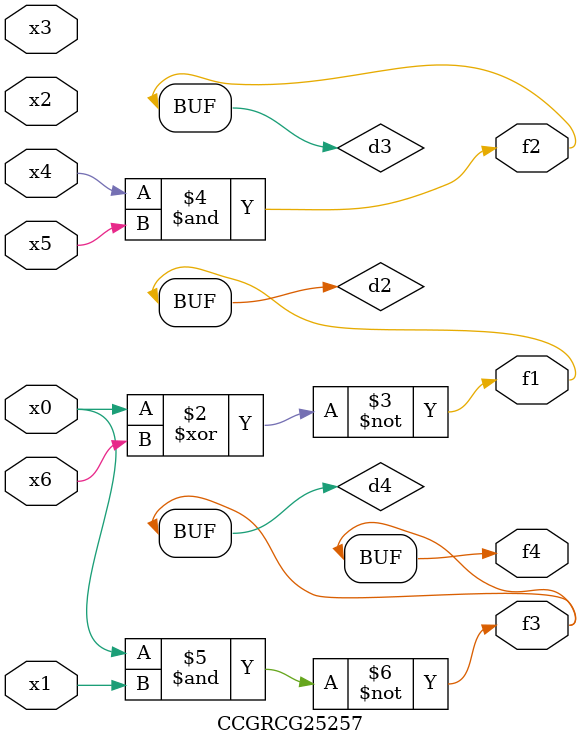
<source format=v>
module CCGRCG25257(
	input x0, x1, x2, x3, x4, x5, x6,
	output f1, f2, f3, f4
);

	wire d1, d2, d3, d4;

	nor (d1, x0);
	xnor (d2, x0, x6);
	and (d3, x4, x5);
	nand (d4, x0, x1);
	assign f1 = d2;
	assign f2 = d3;
	assign f3 = d4;
	assign f4 = d4;
endmodule

</source>
